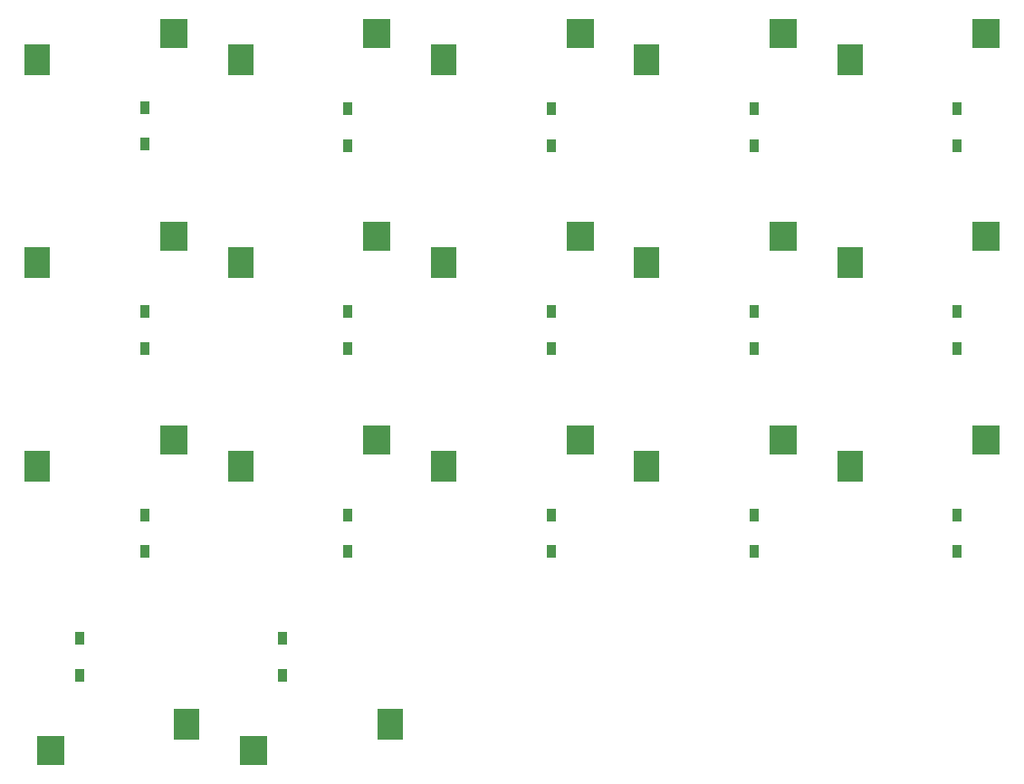
<source format=gbp>
G04 #@! TF.GenerationSoftware,KiCad,Pcbnew,7.0.5*
G04 #@! TF.CreationDate,2023-09-30T13:58:08+09:00*
G04 #@! TF.ProjectId,thorium_pcbr,74686f72-6975-46d5-9f70-6362722e6b69,rev?*
G04 #@! TF.SameCoordinates,Original*
G04 #@! TF.FileFunction,Paste,Bot*
G04 #@! TF.FilePolarity,Positive*
%FSLAX46Y46*%
G04 Gerber Fmt 4.6, Leading zero omitted, Abs format (unit mm)*
G04 Created by KiCad (PCBNEW 7.0.5) date 2023-09-30 13:58:08*
%MOMM*%
%LPD*%
G01*
G04 APERTURE LIST*
%ADD10R,0.950000X1.200000*%
%ADD11R,2.400000X3.000000*%
%ADD12R,2.500000X2.800000*%
G04 APERTURE END LIST*
D10*
X56450000Y-92053125D03*
X56450000Y-95503125D03*
D11*
X90500000Y-56920000D03*
D12*
X103250000Y-54480000D03*
D11*
X66500000Y-100080000D03*
D12*
X53750000Y-102520000D03*
D11*
X33500000Y-37920000D03*
D12*
X46250000Y-35480000D03*
D11*
X52500000Y-56920000D03*
D12*
X65250000Y-54480000D03*
D11*
X71500000Y-56920000D03*
D12*
X84250000Y-54480000D03*
D11*
X71500000Y-75920000D03*
D12*
X84250000Y-73480000D03*
D11*
X33500000Y-56920000D03*
D12*
X46250000Y-54480000D03*
D11*
X90500000Y-75920000D03*
D12*
X103250000Y-73480000D03*
D11*
X109500000Y-75920000D03*
D12*
X122250000Y-73480000D03*
D10*
X81550000Y-64946875D03*
X81550000Y-61496875D03*
D11*
X52500000Y-75920000D03*
D12*
X65250000Y-73480000D03*
D10*
X100550000Y-45946875D03*
X100550000Y-42496875D03*
X43550000Y-64946875D03*
X43550000Y-61496875D03*
X43550000Y-45833438D03*
X43550000Y-42383438D03*
X100550000Y-83946875D03*
X100550000Y-80496875D03*
X81550000Y-45946875D03*
X81550000Y-42496875D03*
X81550000Y-83946875D03*
X81550000Y-80496875D03*
X119550000Y-83946875D03*
X119550000Y-80496875D03*
D11*
X109500000Y-56920000D03*
D12*
X122250000Y-54480000D03*
D10*
X119550000Y-64946875D03*
X119550000Y-61496875D03*
X100550000Y-64946875D03*
X100550000Y-61496875D03*
X37450000Y-92053125D03*
X37450000Y-95503125D03*
X62550000Y-45946875D03*
X62550000Y-42496875D03*
D11*
X47500000Y-100080000D03*
D12*
X34750000Y-102520000D03*
D10*
X43550000Y-83946875D03*
X43550000Y-80496875D03*
X119550000Y-45946875D03*
X119550000Y-42496875D03*
X62550000Y-83946875D03*
X62550000Y-80496875D03*
D11*
X52500000Y-37920000D03*
D12*
X65250000Y-35480000D03*
D11*
X33500000Y-75920000D03*
D12*
X46250000Y-73480000D03*
D11*
X109500000Y-37920000D03*
D12*
X122250000Y-35480000D03*
D10*
X62550000Y-64946875D03*
X62550000Y-61496875D03*
D11*
X90500000Y-37920000D03*
D12*
X103250000Y-35480000D03*
D11*
X71500000Y-37920000D03*
D12*
X84250000Y-35480000D03*
M02*

</source>
